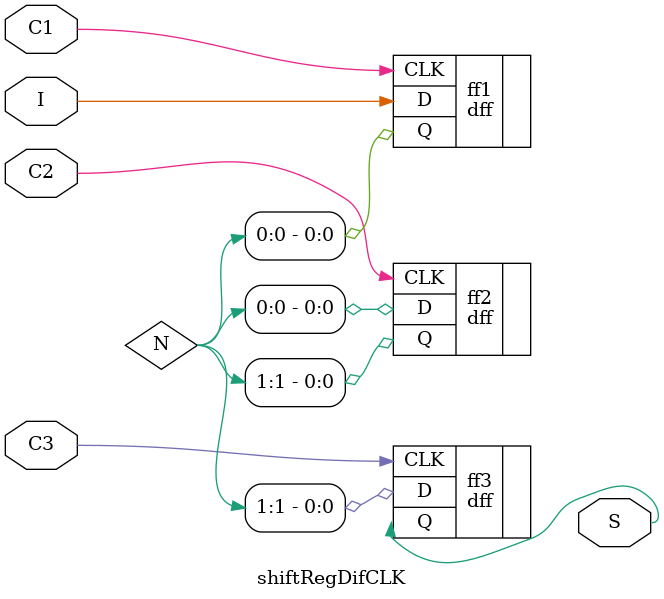
<source format=v>
module shiftRegDifCLK(I, C1 , C2 , C3, S);
   input  		I;
   input       C1; 
   input       C2; 
   input       C3; 
   output  		S;
	
   wire [1:0] N;

   dff ff1( .CLK(C1), .D(I), .Q(N[0]) );

   dff ff2( .CLK(C2), .D(N[0]), .Q(N[1]) );
   
   dff ff3( .CLK(C3), .D(N[1]), .Q(S) );

endmodule
</source>
